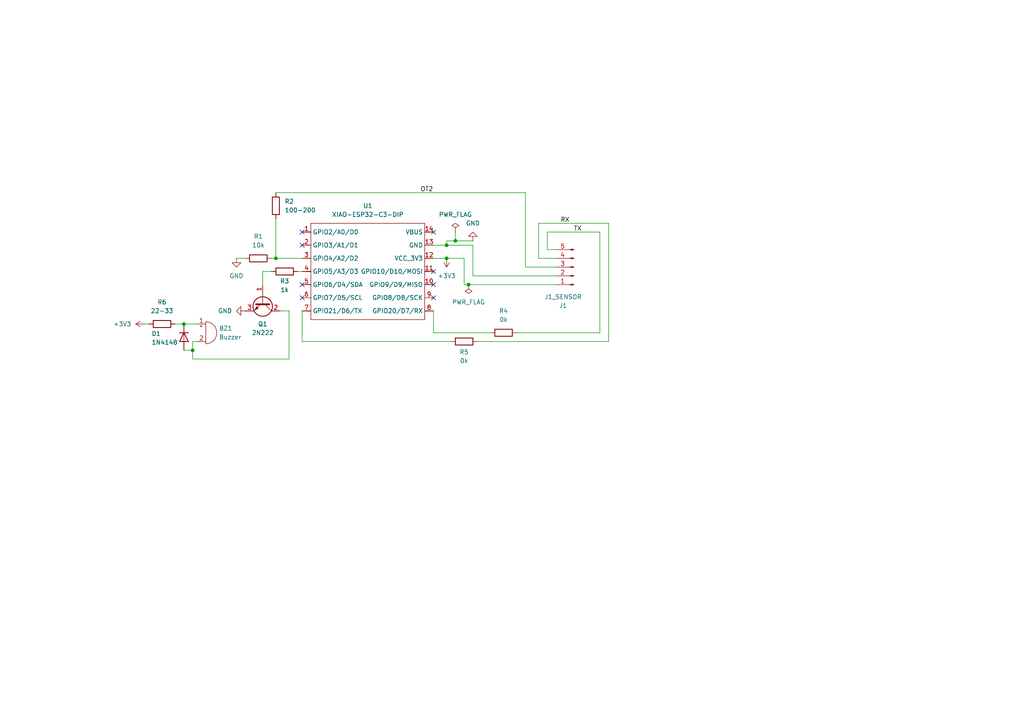
<source format=kicad_sch>
(kicad_sch (version 20250114) (generator "eeschema") (generator_version "9.0")
  (paper "A4")
  (lib_symbols
    (symbol "Connector:Conn_01x05_Pin" (pin_names (offset 1.016) (hide yes))
      (property "Reference" "J" (at 0 7.62 0))
      (property "Value" "Conn_01x05_Pin" (at 0 -7.62 0))
      (symbol "Conn_01x05_Pin_1_1"
        (rectangle (start 0.8636 5.207) (end 0 4.953) (stroke (width 0.1524)) (fill (type outline)))
        (rectangle (start 0.8636 2.667) (end 0 2.413) (stroke (width 0.1524)) (fill (type outline)))
        (rectangle (start 0.8636 0.127) (end 0 -0.127) (stroke (width 0.1524)) (fill (type outline)))
        (rectangle (start 0.8636 -2.413) (end 0 -2.667) (stroke (width 0.1524)) (fill (type outline)))
        (rectangle (start 0.8636 -4.953) (end 0 -5.207) (stroke (width 0.1524)) (fill (type outline)))
        (polyline (pts (xy 1.27 5.08) (xy 0.8636 5.08)) (stroke (width 0.1524)))
        (polyline (pts (xy 1.27 2.54) (xy 0.8636 2.54)) (stroke (width 0.1524)))
        (polyline (pts (xy 1.27 0) (xy 0.8636 0)) (stroke (width 0.1524)))
        (polyline (pts (xy 1.27 -2.54) (xy 0.8636 -2.54)) (stroke (width 0.1524)))
        (polyline (pts (xy 1.27 -5.08) (xy 0.8636 -5.08)) (stroke (width 0.1524)))
        (pin passive line (at 5.08 5.08 180) (length 3.81) (name "Pin_1") (number "1"))
        (pin passive line (at 5.08 2.54 180) (length 3.81) (name "Pin_2") (number "2"))
        (pin passive line (at 5.08 0 180) (length 3.81) (name "Pin_3") (number "3"))
        (pin passive line (at 5.08 -2.54 180) (length 3.81) (name "Pin_4") (number "4"))
        (pin passive line (at 5.08 -5.08 180) (length 3.81) (name "Pin_5") (number "5"))
      )
    )
    (symbol "Device:Buzzer" (pin_names (offset 0.0254) (hide yes))
      (property "Reference" "BZ" (at 3.81 1.27 0))
      (property "Value" "Buzzer" (at 3.81 -1.27 0))
      (symbol "Buzzer_0_1"
        (polyline (pts (xy -1.651 1.905) (xy -1.143 1.905)))
        (polyline (pts (xy -1.397 2.159) (xy -1.397 1.651)))
        (arc (start 0 3.175) (mid 3.1612 0) (end 0 -3.175))
        (polyline (pts (xy 0 3.175) (xy 0 -3.175)))
      )
      (symbol "Buzzer_1_1"
        (pin passive line (at -2.54 2.54 0) (length 2.54) (name "+") (number "1"))
        (pin passive line (at -2.54 -2.54 0) (length 2.54) (name "-") (number "2"))
      )
    )
    (symbol "Device:R" (pin_numbers (hide yes)) (pin_names (offset 0))
      (property "Reference" "R" (at 2.032 0 90))
      (property "Value" "R" (at 0 0 90))
      (symbol "R_0_1"
        (rectangle (start -1.016 -2.54) (end 1.016 2.54) (stroke (width 0.254)))
      )
      (symbol "R_1_1"
        (pin passive line (at 0 3.81 270) (length 1.27) (name "~") (number "1"))
        (pin passive line (at 0 -3.81 90) (length 1.27) (name "~") (number "2"))
      )
    )
    (symbol "Diode:1N4148" (pin_numbers (hide yes)) (pin_names (hide yes))
      (property "Reference" "D" (at 0 2.54 0))
      (property "Value" "1N4148" (at 0 -2.54 0))
      (symbol "1N4148_0_1"
        (polyline (pts (xy -1.27 1.27) (xy -1.27 -1.27)) (stroke (width 0.254)))
        (polyline (pts (xy 1.27 1.27) (xy 1.27 -1.27) (xy -1.27 0) (xy 1.27 1.27)) (stroke (width 0.254)))
        (polyline (pts (xy 1.27 0) (xy -1.27 0)))
      )
      (symbol "1N4148_1_1"
        (pin passive line (at -3.81 0 0) (length 2.54) (name "K") (number "1"))
        (pin passive line (at 3.81 0 180) (length 2.54) (name "A") (number "2"))
      )
    )
    (symbol "OPL_XIAO:XIAO-ESP32-C3-DIP"
      (property "Reference" "U" (at 1.016 2.794 0))
      (property "Value" "XIAO-ESP32-C3-DIP" (at 7.62 1.016 0))
      (symbol "XIAO-ESP32-C3-DIP_1_0"
        (polyline (pts (xy 0 0) (xy 33.02 0)) (stroke (width 0.1524)))
        (polyline (pts (xy 0 -2.54) (xy -1.27 -2.54)) (stroke (width 0.1524)))
        (polyline (pts (xy 0 -2.54) (xy 0 0)) (stroke (width 0.1524)))
        (polyline (pts (xy 0 -6.35) (xy -1.27 -6.35)) (stroke (width 0.1524)))
        (polyline (pts (xy 0 -6.35) (xy 0 -2.54)) (stroke (width 0.1524)))
        (polyline (pts (xy 0 -10.16) (xy -1.27 -10.16)) (stroke (width 0.1524)))
        (polyline (pts (xy 0 -10.16) (xy 0 -6.35)) (stroke (width 0.1524)))
        (polyline (pts (xy 0 -13.97) (xy -1.27 -13.97)) (stroke (width 0.1524)))
        (polyline (pts (xy 0 -13.97) (xy 0 -10.16)) (stroke (width 0.1524)))
        (polyline (pts (xy 0 -17.78) (xy -1.27 -17.78)) (stroke (width 0.1524)))
        (polyline (pts (xy 0 -21.59) (xy -1.27 -21.59)) (stroke (width 0.1524)))
        (polyline (pts (xy 0 -25.4) (xy -1.27 -25.4)) (stroke (width 0.1524)))
        (polyline (pts (xy 0 -27.94) (xy 0 -13.97)) (stroke (width 0.1524)))
        (polyline (pts (xy 33.02 0) (xy 33.02 -2.54)) (stroke (width 0.1524)))
        (polyline (pts (xy 33.02 -2.54) (xy 33.02 -6.35)) (stroke (width 0.1524)))
        (polyline (pts (xy 33.02 -6.35) (xy 33.02 -10.16)) (stroke (width 0.1524)))
        (polyline (pts (xy 33.02 -10.16) (xy 33.02 -27.94)) (stroke (width 0.1524)))
        (polyline (pts (xy 33.02 -27.94) (xy 0 -27.94)) (stroke (width 0.1524)))
        (polyline (pts (xy 34.29 -2.54) (xy 33.02 -2.54)) (stroke (width 0.1524)))
        (polyline (pts (xy 34.29 -6.35) (xy 33.02 -6.35)) (stroke (width 0.1524)))
        (polyline (pts (xy 34.29 -10.16) (xy 33.02 -10.16)) (stroke (width 0.1524)))
        (polyline (pts (xy 34.29 -13.97) (xy 33.02 -13.97)) (stroke (width 0.1524)))
        (polyline (pts (xy 34.29 -17.78) (xy 33.02 -17.78)) (stroke (width 0.1524)))
        (polyline (pts (xy 34.29 -21.59) (xy 33.02 -21.59)) (stroke (width 0.1524)))
        (polyline (pts (xy 34.29 -25.4) (xy 33.02 -25.4)) (stroke (width 0.1524)))
        (pin passive line (at -2.54 -2.54 0) (length 2.54) (name "GPIO2/A0/D0") (number "1"))
        (pin passive line (at -2.54 -6.35 0) (length 2.54) (name "GPIO3/A1/D1") (number "2"))
        (pin passive line (at -2.54 -10.16 0) (length 2.54) (name "GPIO4/A2/D2") (number "3"))
        (pin passive line (at -2.54 -13.97 0) (length 2.54) (name "GPIO5/A3/D3") (number "4"))
        (pin passive line (at -2.54 -17.78 0) (length 2.54) (name "GPIO6/D4/SDA") (number "5"))
        (pin passive line (at -2.54 -21.59 0) (length 2.54) (name "GPIO7/D5/SCL") (number "6"))
        (pin passive line (at -2.54 -25.4 0) (length 2.54) (name "GPIO21/D6/TX") (number "7"))
        (pin passive line (at 35.56 -2.54 180) (length 2.54) (name "VBUS") (number "14"))
        (pin passive line (at 35.56 -6.35 180) (length 2.54) (name "GND") (number "13"))
        (pin passive line (at 35.56 -10.16 180) (length 2.54) (name "VCC_3V3") (number "12"))
        (pin passive line (at 35.56 -13.97 180) (length 2.54) (name "GPIO10/D10/MOSI") (number "11"))
        (pin passive line (at 35.56 -17.78 180) (length 2.54) (name "GPIO9/D9/MISO") (number "10"))
        (pin passive line (at 35.56 -21.59 180) (length 2.54) (name "GPIO8/D8/SCK") (number "9"))
        (pin passive line (at 35.56 -25.4 180) (length 2.54) (name "GPIO20/D7/RX") (number "8"))
      )
    )
    (symbol "Transistor_BJT:Q_NPN_BCE" (pin_names (offset 0) (hide yes))
      (property "Reference" "Q" (at 5.08 1.27 0))
      (property "Value" "Q_NPN_BCE" (at 5.08 -1.27 0))
      (symbol "Q_NPN_BCE_0_1"
        (polyline (pts (xy -2.54 0) (xy 0.635 0)))
        (polyline (pts (xy 0.635 1.905) (xy 0.635 -1.905)) (stroke (width 0.508)))
        (circle (center 1.27 0) (radius 2.8194) (stroke (width 0.254)))
      )
      (symbol "Q_NPN_BCE_1_1"
        (polyline (pts (xy 0.635 0.635) (xy 2.54 2.54)))
        (polyline (pts (xy 0.635 -0.635) (xy 2.54 -2.54)))
        (polyline (pts (xy 1.27 -1.778) (xy 1.778 -1.27) (xy 2.286 -2.286) (xy 1.27 -1.778)) (fill (type outline)))
        (pin input line (at -5.08 0 0) (length 2.54) (name "B") (number "1"))
        (pin passive line (at 2.54 5.08 270) (length 2.54) (name "C") (number "2"))
        (pin passive line (at 2.54 -5.08 90) (length 2.54) (name "E") (number "3"))
      )
    )
    (symbol "power:+3V3" (power) (pin_numbers (hide yes)) (pin_names (offset 0) (hide yes))
      (property "Value" "+3V3" (at 0 3.556 0))
      (symbol "+3V3_0_1"
        (polyline (pts (xy -0.762 1.27) (xy 0 2.54)))
        (polyline (pts (xy 0 2.54) (xy 0.762 1.27)))
        (polyline (pts (xy 0 0) (xy 0 2.54)))
      )
      (symbol "+3V3_1_1"
        (pin power_in line (at 0 0 90) (length 0) (name "~") (number "1"))
      )
    )
    (symbol "power:GND" (power) (pin_numbers (hide yes)) (pin_names (offset 0) (hide yes))
      (property "Value" "GND" (at 0 -3.81 0))
      (symbol "GND_0_1"
        (polyline (pts (xy 0 0) (xy 0 -1.27) (xy 1.27 -1.27) (xy 0 -2.54) (xy -1.27 -1.27) (xy 0 -1.27)))
      )
      (symbol "GND_1_1"
        (pin power_in line (at 0 0 270) (length 0) (name "~") (number "1"))
      )
    )
    (symbol "power:PWR_FLAG" (power) (pin_numbers (hide yes)) (pin_names (offset 0) (hide yes))
      (property "Value" "PWR_FLAG" (at 0 3.81 0))
      (symbol "PWR_FLAG_0_0"
        (pin power_out line (at 0 0 90) (length 0) (name "~") (number "1"))
      )
      (symbol "PWR_FLAG_0_1"
        (polyline (pts (xy 0 0) (xy 0 1.27) (xy -1.016 1.905) (xy 0 2.54) (xy 1.016 1.905) (xy 0 1.27)))
      )
    )
  )
  (junction (at 135.89 82.55))
  (junction (at 80.01 74.93))
  (junction (at 55.88 101.6))
  (junction (at 53.34 93.98))
  (junction (at 129.54 74.93))
  (junction (at 129.54 71.12))
  (junction (at 132.08 69.85))
  (no_connect (at 87.63 82.55))
  (no_connect (at 125.73 78.74))
  (no_connect (at 125.73 67.31))
  (no_connect (at 87.63 71.12))
  (no_connect (at 125.73 82.55))
  (no_connect (at 125.73 86.36))
  (no_connect (at 87.63 86.36))
  (no_connect (at 87.63 67.31))
  (wire (pts (xy 176.53 64.77) (xy 176.53 99.06)))
  (wire (pts (xy 129.54 74.93) (xy 125.73 74.93)))
  (wire (pts (xy 161.29 72.39) (xy 158.75 72.39)))
  (wire (pts (xy 55.88 99.06) (xy 57.15 99.06)))
  (wire (pts (xy 135.89 82.55) (xy 161.29 82.55)))
  (wire (pts (xy 152.4 77.47) (xy 161.29 77.47)))
  (wire (pts (xy 87.63 99.06) (xy 130.81 99.06)))
  (wire (pts (xy 158.75 67.31) (xy 173.99 67.31)))
  (wire (pts (xy 80.01 74.93) (xy 87.63 74.93)))
  (wire (pts (xy 76.2 78.74) (xy 76.2 82.55)))
  (wire (pts (xy 55.88 104.14) (xy 83.82 104.14)))
  (wire (pts (xy 80.01 63.5) (xy 80.01 74.93)))
  (wire (pts (xy 132.08 67.31) (xy 132.08 69.85)))
  (wire (pts (xy 173.99 67.31) (xy 173.99 96.52)))
  (wire (pts (xy 83.82 104.14) (xy 83.82 90.17)))
  (wire (pts (xy 156.21 64.77) (xy 176.53 64.77)))
  (wire (pts (xy 132.08 69.85) (xy 129.54 69.85)))
  (wire (pts (xy 137.16 80.01) (xy 137.16 71.12)))
  (wire (pts (xy 80.01 55.88) (xy 152.4 55.88)))
  (wire (pts (xy 134.62 82.55) (xy 134.62 74.93)))
  (wire (pts (xy 134.62 74.93) (xy 129.54 74.93)))
  (wire (pts (xy 53.34 93.98) (xy 57.15 93.98)))
  (wire (pts (xy 86.36 78.74) (xy 87.63 78.74)))
  (wire (pts (xy 53.34 101.6) (xy 55.88 101.6)))
  (wire (pts (xy 149.86 96.52) (xy 173.99 96.52)))
  (wire (pts (xy 129.54 71.12) (xy 137.16 71.12)))
  (wire (pts (xy 125.73 71.12) (xy 129.54 71.12)))
  (wire (pts (xy 55.88 101.6) (xy 55.88 104.14)))
  (wire (pts (xy 129.54 69.85) (xy 129.54 71.12)))
  (wire (pts (xy 125.73 96.52) (xy 142.24 96.52)))
  (wire (pts (xy 161.29 74.93) (xy 156.21 74.93)))
  (wire (pts (xy 68.58 74.93) (xy 71.12 74.93)))
  (wire (pts (xy 125.73 96.52) (xy 125.73 90.17)))
  (wire (pts (xy 78.74 78.74) (xy 76.2 78.74)))
  (wire (pts (xy 50.8 93.98) (xy 53.34 93.98)))
  (wire (pts (xy 138.43 99.06) (xy 176.53 99.06)))
  (wire (pts (xy 152.4 55.88) (xy 152.4 77.47)))
  (wire (pts (xy 134.62 82.55) (xy 135.89 82.55)))
  (wire (pts (xy 41.91 93.98) (xy 43.18 93.98)))
  (wire (pts (xy 83.82 90.17) (xy 81.28 90.17)))
  (wire (pts (xy 137.16 80.01) (xy 161.29 80.01)))
  (wire (pts (xy 78.74 74.93) (xy 80.01 74.93)))
  (wire (pts (xy 87.63 99.06) (xy 87.63 90.17)))
  (wire (pts (xy 156.21 74.93) (xy 156.21 64.77)))
  (wire (pts (xy 137.16 69.85) (xy 132.08 69.85)))
  (wire (pts (xy 55.88 99.06) (xy 55.88 101.6)))
  (wire (pts (xy 158.75 72.39) (xy 158.75 67.31)))
  (label "OT2" (at 121.92 55.88 0))
  (label "RX" (at 162.56 64.77 0))
  (label "TX" (at 166.37 67.31 0))
  (symbol (lib_id "Device:R") (at 46.99 93.98 90) (unit 1)
    (property "Reference" "R6" (at 46.99 87.63 90))
    (property "Value" "22-33" (at 46.99 90.17 90))
    (property "Footprint" "Resistor_THT:R_Axial_DIN0207_L6.3mm_D2.5mm_P7.62mm_Horizontal" (effects (hide yes)))
    (property "Description" "Resistor" (effects (hide yes)))
  )
  (symbol (lib_id "power:+3V3") (at 41.91 93.98 90) (unit 1)
    (property "Reference" "#PWR0102" (effects (hide yes)))
    (property "Value" "+3V3" (at 38.1 93.9799 90) (effects (justify left)))
    (property "Description" "Power symbol creates a global label with name \"+3V3\"" (effects (hide yes)))
  )
  (symbol (lib_id "power:+3V3") (at 129.54 74.93 180) (unit 1)
    (property "Reference" "#PWR02" (effects (hide yes)))
    (property "Value" "+3V3" (at 129.54 80.01 0))
    (property "Description" "Power symbol creates a global label with name \"+3V3\"" (effects (hide yes)))
  )
  (symbol (lib_id "OPL_XIAO:XIAO-ESP32-C3-DIP") (at 90.17 64.77 0) (unit 1)
    (property "Reference" "U1" (at 106.68 59.69 0))
    (property "Value" "XIAO-ESP32-C3-DIP" (at 106.68 62.23 0))
    (property "Footprint" "OPL_XIAO:XIAO-ESP32C3-DIP" (effects (hide yes)))
  )
  (symbol (lib_id "power:GND") (at 71.12 90.17 270) (unit 1)
    (property "Reference" "#PWR04" (effects (hide yes)))
    (property "Value" "GND" (at 67.31 90.1699 90) (effects (justify right)))
    (property "Description" "Power symbol creates a global label with name \"GND\" , ground" (effects (hide yes)))
  )
  (symbol (lib_id "power:GND") (at 137.16 69.85 180) (unit 1)
    (property "Reference" "#PWR01" (effects (hide yes)))
    (property "Value" "GND" (at 137.16 64.77 0))
    (property "Description" "Power symbol creates a global label with name \"GND\" , ground" (effects (hide yes)))
  )
  (symbol (lib_id "Device:R") (at 80.01 59.69 0) (unit 1)
    (property "Reference" "R2" (at 82.55 58.4199 0) (effects (justify left)))
    (property "Value" "100-200" (at 82.55 60.9599 0) (effects (justify left)))
    (property "Footprint" "Resistor_THT:R_Axial_DIN0207_L6.3mm_D2.5mm_P7.62mm_Horizontal" (effects (hide yes)))
    (property "Description" "Resistor" (effects (hide yes)))
  )
  (symbol (lib_id "Transistor_BJT:Q_NPN_BCE") (at 76.2 87.63 270) (unit 1)
    (property "Reference" "Q1" (at 76.2 93.98 90))
    (property "Value" "2N222" (at 76.2 96.52 90))
    (property "Footprint" "Package_TO_SOT_THT:TO-92_HandSolder" (effects (hide yes)))
    (property "Description" "NPN transistor, base/collector/emitter" (effects (hide yes)))
    (property "Sim.Device" "NPN" (effects (hide yes)))
    (property "Sim.Pins" "1=B 2=C 3=E" (effects (hide yes)))
  )
  (symbol (lib_id "Connector:Conn_01x05_Pin") (at 166.37 77.47 180) (unit 1)
    (property "Reference" "J1" (at 163.322 88.646 0))
    (property "Value" "J1_SENSOR" (at 163.322 86.106 0))
    (property "Footprint" "Connector_JST:JST_XH_B5B-XH-A_1x05_P2.50mm_Vertical" (effects (hide yes)))
    (property "Description" "Generic connector, single row, 01x05, script generated" (effects (hide yes)))
  )
  (symbol (lib_id "Device:R") (at 146.05 96.52 90) (unit 1)
    (property "Reference" "R4" (at 146.05 90.17 90))
    (property "Value" "0k" (at 146.05 92.71 90))
    (property "Footprint" "Resistor_SMD:R_0805_2012Metric_Pad1.20x1.40mm_HandSolder" (effects (hide yes)))
    (property "Description" "Resistor" (effects (hide yes)))
  )
  (symbol (lib_id "Diode:1N4148") (at 53.34 97.79 270) (unit 1)
    (property "Reference" "D1" (at 43.942 96.774 90) (effects (justify left)))
    (property "Value" "1N4148" (at 43.942 99.314 90) (effects (justify left)))
    (property "Footprint" "Diode_THT:D_DO-35_SOD27_P7.62mm_Horizontal" (effects (hide yes)))
    (property "Datasheet" "https://assets.nexperia.com/documents/data-sheet/1N4148_1N4448.pdf" (effects (hide yes)))
    (property "Description" "100V 0.15A standard switching diode, DO-35" (effects (hide yes)))
    (property "Sim.Device" "D" (effects (hide yes)))
    (property "Sim.Pins" "1=K 2=A" (effects (hide yes)))
  )
  (symbol (lib_id "Device:Buzzer") (at 59.69 96.52 0) (unit 1)
    (property "Reference" "BZ1" (at 63.5 95.2499 0) (effects (justify left)))
    (property "Value" "Buzzer" (at 63.5 97.7899 0) (effects (justify left)))
    (property "Footprint" "Buzzer_Beeper:Buzzer_12x9.5RM7.6" (effects (hide yes)))
    (property "Description" "Buzzer, polarized" (effects (hide yes)))
  )
  (symbol (lib_id "Device:R") (at 82.55 78.74 270) (unit 1)
    (property "Reference" "R3" (at 82.55 81.534 90))
    (property "Value" "1k" (at 82.55 84.074 90))
    (property "Footprint" "Resistor_THT:R_Axial_DIN0207_L6.3mm_D2.5mm_P7.62mm_Horizontal" (effects (hide yes)))
    (property "Description" "Resistor" (effects (hide yes)))
  )
  (symbol (lib_id "power:PWR_FLAG") (at 135.89 82.55 180) (unit 1)
    (property "Reference" "#FLG01" (effects (hide yes)))
    (property "Value" "PWR_FLAG" (at 135.89 87.63 0))
    (property "Description" "Special symbol for telling ERC where power comes from" (effects (hide yes)))
  )
  (symbol (lib_id "Device:R") (at 134.62 99.06 90) (unit 1)
    (property "Reference" "R5" (at 134.62 102.108 90))
    (property "Value" "0k" (at 134.62 104.648 90))
    (property "Footprint" "Resistor_SMD:R_0805_2012Metric_Pad1.20x1.40mm_HandSolder" (effects (hide yes)))
    (property "Description" "Resistor" (effects (hide yes)))
  )
  (symbol (lib_id "Device:R") (at 74.93 74.93 90) (unit 1)
    (property "Reference" "R1" (at 74.93 68.58 90))
    (property "Value" "10k" (at 74.93 71.12 90))
    (property "Footprint" "Resistor_THT:R_Axial_DIN0207_L6.3mm_D2.5mm_P7.62mm_Horizontal" (effects (hide yes)))
    (property "Description" "Resistor" (effects (hide yes)))
  )
  (symbol (lib_id "power:PWR_FLAG") (at 132.08 67.31 0) (unit 1)
    (property "Reference" "#FLG0101" (effects (hide yes)))
    (property "Value" "PWR_FLAG" (at 132.08 62.23 0))
    (property "Description" "Special symbol for telling ERC where power comes from" (effects (hide yes)))
  )
  (symbol (lib_id "power:GND") (at 68.58 74.93 0) (unit 1)
    (property "Reference" "#PWR0101" (effects (hide yes)))
    (property "Value" "GND" (at 68.58 80.01 0))
    (property "Description" "Power symbol creates a global label with name \"GND\" , ground" (effects (hide yes)))
  )
)
</source>
